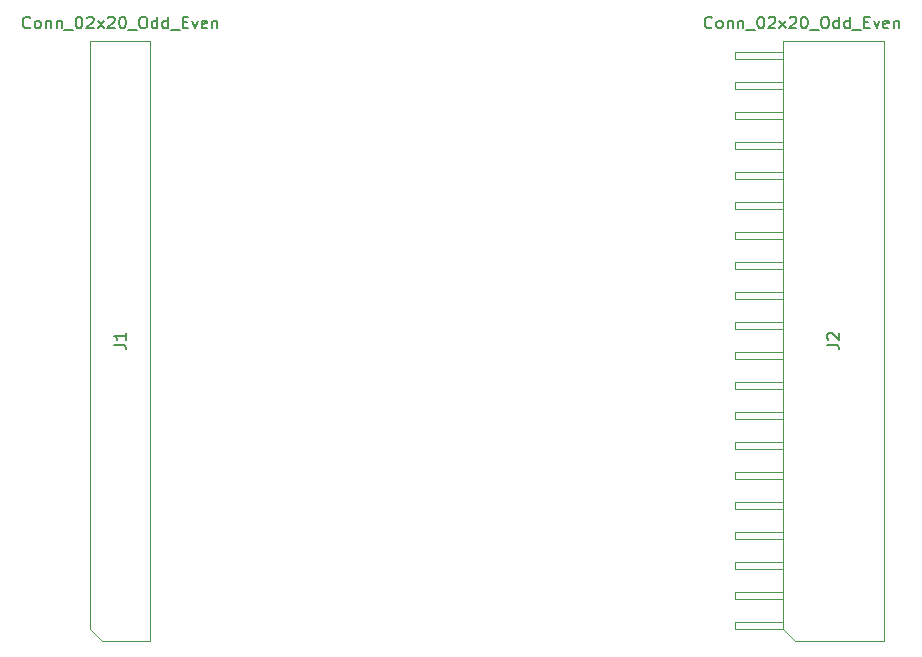
<source format=gbr>
%TF.GenerationSoftware,KiCad,Pcbnew,(5.1.10)-1*%
%TF.CreationDate,2022-02-03T10:32:43+01:00*%
%TF.ProjectId,IDE-Adapter,4944452d-4164-4617-9074-65722e6b6963,rev?*%
%TF.SameCoordinates,Original*%
%TF.FileFunction,Other,Fab,Top*%
%FSLAX46Y46*%
G04 Gerber Fmt 4.6, Leading zero omitted, Abs format (unit mm)*
G04 Created by KiCad (PCBNEW (5.1.10)-1) date 2022-02-03 10:32:43*
%MOMM*%
%LPD*%
G01*
G04 APERTURE LIST*
%ADD10C,0.100000*%
%ADD11C,0.150000*%
G04 APERTURE END LIST*
D10*
%TO.C,J1*%
X96520000Y-123190000D02*
X92440000Y-123190000D01*
X92440000Y-123190000D02*
X91440000Y-122190000D01*
X91440000Y-122190000D02*
X91440000Y-72390000D01*
X91440000Y-72390000D02*
X96520000Y-72390000D01*
X96520000Y-72390000D02*
X96520000Y-123190000D01*
%TO.C,J2*%
X158620000Y-123190000D02*
X151080000Y-123190000D01*
X151080000Y-123190000D02*
X150110000Y-122220000D01*
X150110000Y-122220000D02*
X150110000Y-72390000D01*
X150110000Y-72390000D02*
X158620000Y-72390000D01*
X158620000Y-72390000D02*
X158620000Y-123190000D01*
X146050000Y-122220000D02*
X150110000Y-122220000D01*
X150110000Y-121620000D02*
X146050000Y-121620000D01*
X146050000Y-121620000D02*
X146050000Y-122220000D01*
X146050000Y-119680000D02*
X150110000Y-119680000D01*
X150110000Y-119080000D02*
X146050000Y-119080000D01*
X146050000Y-119080000D02*
X146050000Y-119680000D01*
X146050000Y-117140000D02*
X150110000Y-117140000D01*
X150110000Y-116540000D02*
X146050000Y-116540000D01*
X146050000Y-116540000D02*
X146050000Y-117140000D01*
X146050000Y-114600000D02*
X150110000Y-114600000D01*
X150110000Y-114000000D02*
X146050000Y-114000000D01*
X146050000Y-114000000D02*
X146050000Y-114600000D01*
X146050000Y-112060000D02*
X150110000Y-112060000D01*
X150110000Y-111460000D02*
X146050000Y-111460000D01*
X146050000Y-111460000D02*
X146050000Y-112060000D01*
X146050000Y-109520000D02*
X150110000Y-109520000D01*
X150110000Y-108920000D02*
X146050000Y-108920000D01*
X146050000Y-108920000D02*
X146050000Y-109520000D01*
X146050000Y-106980000D02*
X150110000Y-106980000D01*
X150110000Y-106380000D02*
X146050000Y-106380000D01*
X146050000Y-106380000D02*
X146050000Y-106980000D01*
X146050000Y-104440000D02*
X150110000Y-104440000D01*
X150110000Y-103840000D02*
X146050000Y-103840000D01*
X146050000Y-103840000D02*
X146050000Y-104440000D01*
X146050000Y-101900000D02*
X150110000Y-101900000D01*
X150110000Y-101300000D02*
X146050000Y-101300000D01*
X146050000Y-101300000D02*
X146050000Y-101900000D01*
X146050000Y-99360000D02*
X150110000Y-99360000D01*
X150110000Y-98760000D02*
X146050000Y-98760000D01*
X146050000Y-98760000D02*
X146050000Y-99360000D01*
X146050000Y-96820000D02*
X150110000Y-96820000D01*
X150110000Y-96220000D02*
X146050000Y-96220000D01*
X146050000Y-96220000D02*
X146050000Y-96820000D01*
X146050000Y-94280000D02*
X150110000Y-94280000D01*
X150110000Y-93680000D02*
X146050000Y-93680000D01*
X146050000Y-93680000D02*
X146050000Y-94280000D01*
X146050000Y-91740000D02*
X150110000Y-91740000D01*
X150110000Y-91140000D02*
X146050000Y-91140000D01*
X146050000Y-91140000D02*
X146050000Y-91740000D01*
X146050000Y-89200000D02*
X150110000Y-89200000D01*
X150110000Y-88600000D02*
X146050000Y-88600000D01*
X146050000Y-88600000D02*
X146050000Y-89200000D01*
X146050000Y-86660000D02*
X150110000Y-86660000D01*
X150110000Y-86060000D02*
X146050000Y-86060000D01*
X146050000Y-86060000D02*
X146050000Y-86660000D01*
X146050000Y-84120000D02*
X150110000Y-84120000D01*
X150110000Y-83520000D02*
X146050000Y-83520000D01*
X146050000Y-83520000D02*
X146050000Y-84120000D01*
X146050000Y-81580000D02*
X150110000Y-81580000D01*
X150110000Y-80980000D02*
X146050000Y-80980000D01*
X146050000Y-80980000D02*
X146050000Y-81580000D01*
X146050000Y-79040000D02*
X150110000Y-79040000D01*
X150110000Y-78440000D02*
X146050000Y-78440000D01*
X146050000Y-78440000D02*
X146050000Y-79040000D01*
X146050000Y-76500000D02*
X150110000Y-76500000D01*
X150110000Y-75900000D02*
X146050000Y-75900000D01*
X146050000Y-75900000D02*
X146050000Y-76500000D01*
X146050000Y-73960000D02*
X150110000Y-73960000D01*
X150110000Y-73360000D02*
X146050000Y-73360000D01*
X146050000Y-73360000D02*
X146050000Y-73960000D01*
%TD*%
%TO.C,J1*%
D11*
X86337142Y-71247142D02*
X86289523Y-71294761D01*
X86146666Y-71342380D01*
X86051428Y-71342380D01*
X85908571Y-71294761D01*
X85813333Y-71199523D01*
X85765714Y-71104285D01*
X85718095Y-70913809D01*
X85718095Y-70770952D01*
X85765714Y-70580476D01*
X85813333Y-70485238D01*
X85908571Y-70390000D01*
X86051428Y-70342380D01*
X86146666Y-70342380D01*
X86289523Y-70390000D01*
X86337142Y-70437619D01*
X86908571Y-71342380D02*
X86813333Y-71294761D01*
X86765714Y-71247142D01*
X86718095Y-71151904D01*
X86718095Y-70866190D01*
X86765714Y-70770952D01*
X86813333Y-70723333D01*
X86908571Y-70675714D01*
X87051428Y-70675714D01*
X87146666Y-70723333D01*
X87194285Y-70770952D01*
X87241904Y-70866190D01*
X87241904Y-71151904D01*
X87194285Y-71247142D01*
X87146666Y-71294761D01*
X87051428Y-71342380D01*
X86908571Y-71342380D01*
X87670476Y-70675714D02*
X87670476Y-71342380D01*
X87670476Y-70770952D02*
X87718095Y-70723333D01*
X87813333Y-70675714D01*
X87956190Y-70675714D01*
X88051428Y-70723333D01*
X88099047Y-70818571D01*
X88099047Y-71342380D01*
X88575238Y-70675714D02*
X88575238Y-71342380D01*
X88575238Y-70770952D02*
X88622857Y-70723333D01*
X88718095Y-70675714D01*
X88860952Y-70675714D01*
X88956190Y-70723333D01*
X89003809Y-70818571D01*
X89003809Y-71342380D01*
X89241904Y-71437619D02*
X90003809Y-71437619D01*
X90432380Y-70342380D02*
X90527619Y-70342380D01*
X90622857Y-70390000D01*
X90670476Y-70437619D01*
X90718095Y-70532857D01*
X90765714Y-70723333D01*
X90765714Y-70961428D01*
X90718095Y-71151904D01*
X90670476Y-71247142D01*
X90622857Y-71294761D01*
X90527619Y-71342380D01*
X90432380Y-71342380D01*
X90337142Y-71294761D01*
X90289523Y-71247142D01*
X90241904Y-71151904D01*
X90194285Y-70961428D01*
X90194285Y-70723333D01*
X90241904Y-70532857D01*
X90289523Y-70437619D01*
X90337142Y-70390000D01*
X90432380Y-70342380D01*
X91146666Y-70437619D02*
X91194285Y-70390000D01*
X91289523Y-70342380D01*
X91527619Y-70342380D01*
X91622857Y-70390000D01*
X91670476Y-70437619D01*
X91718095Y-70532857D01*
X91718095Y-70628095D01*
X91670476Y-70770952D01*
X91099047Y-71342380D01*
X91718095Y-71342380D01*
X92051428Y-71342380D02*
X92575238Y-70675714D01*
X92051428Y-70675714D02*
X92575238Y-71342380D01*
X92908571Y-70437619D02*
X92956190Y-70390000D01*
X93051428Y-70342380D01*
X93289523Y-70342380D01*
X93384761Y-70390000D01*
X93432380Y-70437619D01*
X93480000Y-70532857D01*
X93480000Y-70628095D01*
X93432380Y-70770952D01*
X92860952Y-71342380D01*
X93480000Y-71342380D01*
X94099047Y-70342380D02*
X94194285Y-70342380D01*
X94289523Y-70390000D01*
X94337142Y-70437619D01*
X94384761Y-70532857D01*
X94432380Y-70723333D01*
X94432380Y-70961428D01*
X94384761Y-71151904D01*
X94337142Y-71247142D01*
X94289523Y-71294761D01*
X94194285Y-71342380D01*
X94099047Y-71342380D01*
X94003809Y-71294761D01*
X93956190Y-71247142D01*
X93908571Y-71151904D01*
X93860952Y-70961428D01*
X93860952Y-70723333D01*
X93908571Y-70532857D01*
X93956190Y-70437619D01*
X94003809Y-70390000D01*
X94099047Y-70342380D01*
X94622857Y-71437619D02*
X95384761Y-71437619D01*
X95813333Y-70342380D02*
X96003809Y-70342380D01*
X96099047Y-70390000D01*
X96194285Y-70485238D01*
X96241904Y-70675714D01*
X96241904Y-71009047D01*
X96194285Y-71199523D01*
X96099047Y-71294761D01*
X96003809Y-71342380D01*
X95813333Y-71342380D01*
X95718095Y-71294761D01*
X95622857Y-71199523D01*
X95575238Y-71009047D01*
X95575238Y-70675714D01*
X95622857Y-70485238D01*
X95718095Y-70390000D01*
X95813333Y-70342380D01*
X97099047Y-71342380D02*
X97099047Y-70342380D01*
X97099047Y-71294761D02*
X97003809Y-71342380D01*
X96813333Y-71342380D01*
X96718095Y-71294761D01*
X96670476Y-71247142D01*
X96622857Y-71151904D01*
X96622857Y-70866190D01*
X96670476Y-70770952D01*
X96718095Y-70723333D01*
X96813333Y-70675714D01*
X97003809Y-70675714D01*
X97099047Y-70723333D01*
X98003809Y-71342380D02*
X98003809Y-70342380D01*
X98003809Y-71294761D02*
X97908571Y-71342380D01*
X97718095Y-71342380D01*
X97622857Y-71294761D01*
X97575238Y-71247142D01*
X97527619Y-71151904D01*
X97527619Y-70866190D01*
X97575238Y-70770952D01*
X97622857Y-70723333D01*
X97718095Y-70675714D01*
X97908571Y-70675714D01*
X98003809Y-70723333D01*
X98241904Y-71437619D02*
X99003809Y-71437619D01*
X99241904Y-70818571D02*
X99575238Y-70818571D01*
X99718095Y-71342380D02*
X99241904Y-71342380D01*
X99241904Y-70342380D01*
X99718095Y-70342380D01*
X100051428Y-70675714D02*
X100289523Y-71342380D01*
X100527619Y-70675714D01*
X101289523Y-71294761D02*
X101194285Y-71342380D01*
X101003809Y-71342380D01*
X100908571Y-71294761D01*
X100860952Y-71199523D01*
X100860952Y-70818571D01*
X100908571Y-70723333D01*
X101003809Y-70675714D01*
X101194285Y-70675714D01*
X101289523Y-70723333D01*
X101337142Y-70818571D01*
X101337142Y-70913809D01*
X100860952Y-71009047D01*
X101765714Y-70675714D02*
X101765714Y-71342380D01*
X101765714Y-70770952D02*
X101813333Y-70723333D01*
X101908571Y-70675714D01*
X102051428Y-70675714D01*
X102146666Y-70723333D01*
X102194285Y-70818571D01*
X102194285Y-71342380D01*
X93432380Y-98123333D02*
X94146666Y-98123333D01*
X94289523Y-98170952D01*
X94384761Y-98266190D01*
X94432380Y-98409047D01*
X94432380Y-98504285D01*
X94432380Y-97123333D02*
X94432380Y-97694761D01*
X94432380Y-97409047D02*
X93432380Y-97409047D01*
X93575238Y-97504285D01*
X93670476Y-97599523D01*
X93718095Y-97694761D01*
%TO.C,J2*%
X144057142Y-71247142D02*
X144009523Y-71294761D01*
X143866666Y-71342380D01*
X143771428Y-71342380D01*
X143628571Y-71294761D01*
X143533333Y-71199523D01*
X143485714Y-71104285D01*
X143438095Y-70913809D01*
X143438095Y-70770952D01*
X143485714Y-70580476D01*
X143533333Y-70485238D01*
X143628571Y-70390000D01*
X143771428Y-70342380D01*
X143866666Y-70342380D01*
X144009523Y-70390000D01*
X144057142Y-70437619D01*
X144628571Y-71342380D02*
X144533333Y-71294761D01*
X144485714Y-71247142D01*
X144438095Y-71151904D01*
X144438095Y-70866190D01*
X144485714Y-70770952D01*
X144533333Y-70723333D01*
X144628571Y-70675714D01*
X144771428Y-70675714D01*
X144866666Y-70723333D01*
X144914285Y-70770952D01*
X144961904Y-70866190D01*
X144961904Y-71151904D01*
X144914285Y-71247142D01*
X144866666Y-71294761D01*
X144771428Y-71342380D01*
X144628571Y-71342380D01*
X145390476Y-70675714D02*
X145390476Y-71342380D01*
X145390476Y-70770952D02*
X145438095Y-70723333D01*
X145533333Y-70675714D01*
X145676190Y-70675714D01*
X145771428Y-70723333D01*
X145819047Y-70818571D01*
X145819047Y-71342380D01*
X146295238Y-70675714D02*
X146295238Y-71342380D01*
X146295238Y-70770952D02*
X146342857Y-70723333D01*
X146438095Y-70675714D01*
X146580952Y-70675714D01*
X146676190Y-70723333D01*
X146723809Y-70818571D01*
X146723809Y-71342380D01*
X146961904Y-71437619D02*
X147723809Y-71437619D01*
X148152380Y-70342380D02*
X148247619Y-70342380D01*
X148342857Y-70390000D01*
X148390476Y-70437619D01*
X148438095Y-70532857D01*
X148485714Y-70723333D01*
X148485714Y-70961428D01*
X148438095Y-71151904D01*
X148390476Y-71247142D01*
X148342857Y-71294761D01*
X148247619Y-71342380D01*
X148152380Y-71342380D01*
X148057142Y-71294761D01*
X148009523Y-71247142D01*
X147961904Y-71151904D01*
X147914285Y-70961428D01*
X147914285Y-70723333D01*
X147961904Y-70532857D01*
X148009523Y-70437619D01*
X148057142Y-70390000D01*
X148152380Y-70342380D01*
X148866666Y-70437619D02*
X148914285Y-70390000D01*
X149009523Y-70342380D01*
X149247619Y-70342380D01*
X149342857Y-70390000D01*
X149390476Y-70437619D01*
X149438095Y-70532857D01*
X149438095Y-70628095D01*
X149390476Y-70770952D01*
X148819047Y-71342380D01*
X149438095Y-71342380D01*
X149771428Y-71342380D02*
X150295238Y-70675714D01*
X149771428Y-70675714D02*
X150295238Y-71342380D01*
X150628571Y-70437619D02*
X150676190Y-70390000D01*
X150771428Y-70342380D01*
X151009523Y-70342380D01*
X151104761Y-70390000D01*
X151152380Y-70437619D01*
X151200000Y-70532857D01*
X151200000Y-70628095D01*
X151152380Y-70770952D01*
X150580952Y-71342380D01*
X151200000Y-71342380D01*
X151819047Y-70342380D02*
X151914285Y-70342380D01*
X152009523Y-70390000D01*
X152057142Y-70437619D01*
X152104761Y-70532857D01*
X152152380Y-70723333D01*
X152152380Y-70961428D01*
X152104761Y-71151904D01*
X152057142Y-71247142D01*
X152009523Y-71294761D01*
X151914285Y-71342380D01*
X151819047Y-71342380D01*
X151723809Y-71294761D01*
X151676190Y-71247142D01*
X151628571Y-71151904D01*
X151580952Y-70961428D01*
X151580952Y-70723333D01*
X151628571Y-70532857D01*
X151676190Y-70437619D01*
X151723809Y-70390000D01*
X151819047Y-70342380D01*
X152342857Y-71437619D02*
X153104761Y-71437619D01*
X153533333Y-70342380D02*
X153723809Y-70342380D01*
X153819047Y-70390000D01*
X153914285Y-70485238D01*
X153961904Y-70675714D01*
X153961904Y-71009047D01*
X153914285Y-71199523D01*
X153819047Y-71294761D01*
X153723809Y-71342380D01*
X153533333Y-71342380D01*
X153438095Y-71294761D01*
X153342857Y-71199523D01*
X153295238Y-71009047D01*
X153295238Y-70675714D01*
X153342857Y-70485238D01*
X153438095Y-70390000D01*
X153533333Y-70342380D01*
X154819047Y-71342380D02*
X154819047Y-70342380D01*
X154819047Y-71294761D02*
X154723809Y-71342380D01*
X154533333Y-71342380D01*
X154438095Y-71294761D01*
X154390476Y-71247142D01*
X154342857Y-71151904D01*
X154342857Y-70866190D01*
X154390476Y-70770952D01*
X154438095Y-70723333D01*
X154533333Y-70675714D01*
X154723809Y-70675714D01*
X154819047Y-70723333D01*
X155723809Y-71342380D02*
X155723809Y-70342380D01*
X155723809Y-71294761D02*
X155628571Y-71342380D01*
X155438095Y-71342380D01*
X155342857Y-71294761D01*
X155295238Y-71247142D01*
X155247619Y-71151904D01*
X155247619Y-70866190D01*
X155295238Y-70770952D01*
X155342857Y-70723333D01*
X155438095Y-70675714D01*
X155628571Y-70675714D01*
X155723809Y-70723333D01*
X155961904Y-71437619D02*
X156723809Y-71437619D01*
X156961904Y-70818571D02*
X157295238Y-70818571D01*
X157438095Y-71342380D02*
X156961904Y-71342380D01*
X156961904Y-70342380D01*
X157438095Y-70342380D01*
X157771428Y-70675714D02*
X158009523Y-71342380D01*
X158247619Y-70675714D01*
X159009523Y-71294761D02*
X158914285Y-71342380D01*
X158723809Y-71342380D01*
X158628571Y-71294761D01*
X158580952Y-71199523D01*
X158580952Y-70818571D01*
X158628571Y-70723333D01*
X158723809Y-70675714D01*
X158914285Y-70675714D01*
X159009523Y-70723333D01*
X159057142Y-70818571D01*
X159057142Y-70913809D01*
X158580952Y-71009047D01*
X159485714Y-70675714D02*
X159485714Y-71342380D01*
X159485714Y-70770952D02*
X159533333Y-70723333D01*
X159628571Y-70675714D01*
X159771428Y-70675714D01*
X159866666Y-70723333D01*
X159914285Y-70818571D01*
X159914285Y-71342380D01*
X153817380Y-98123333D02*
X154531666Y-98123333D01*
X154674523Y-98170952D01*
X154769761Y-98266190D01*
X154817380Y-98409047D01*
X154817380Y-98504285D01*
X153912619Y-97694761D02*
X153865000Y-97647142D01*
X153817380Y-97551904D01*
X153817380Y-97313809D01*
X153865000Y-97218571D01*
X153912619Y-97170952D01*
X154007857Y-97123333D01*
X154103095Y-97123333D01*
X154245952Y-97170952D01*
X154817380Y-97742380D01*
X154817380Y-97123333D01*
%TD*%
M02*

</source>
